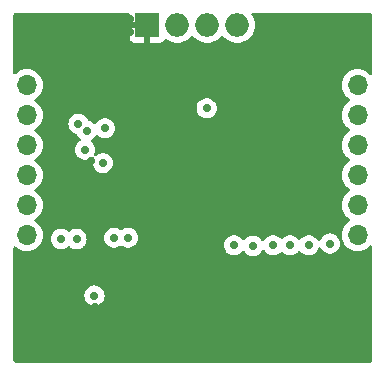
<source format=gbr>
%TF.GenerationSoftware,KiCad,Pcbnew,8.0.7*%
%TF.CreationDate,2024-12-18T22:08:11+01:00*%
%TF.ProjectId,Xplore ERC IMU HAT,58706c6f-7265-4204-9552-4320494d5520,rev?*%
%TF.SameCoordinates,Original*%
%TF.FileFunction,Copper,L2,Inr*%
%TF.FilePolarity,Positive*%
%FSLAX46Y46*%
G04 Gerber Fmt 4.6, Leading zero omitted, Abs format (unit mm)*
G04 Created by KiCad (PCBNEW 8.0.7) date 2024-12-18 22:08:11*
%MOMM*%
%LPD*%
G01*
G04 APERTURE LIST*
%TA.AperFunction,ComponentPad*%
%ADD10R,2.000000X2.000000*%
%TD*%
%TA.AperFunction,ComponentPad*%
%ADD11O,2.000000X2.000000*%
%TD*%
%TA.AperFunction,ComponentPad*%
%ADD12O,1.700000X1.700000*%
%TD*%
%TA.AperFunction,ViaPad*%
%ADD13C,0.700000*%
%TD*%
G04 APERTURE END LIST*
D10*
%TO.N,GND*%
%TO.C,J4*%
X141740000Y-64960000D03*
D11*
%TO.N,+3v3*%
X144280000Y-64960000D03*
D12*
%TO.N,unconnected-(J4-SPI_SCK-Pad3)*%
X131550000Y-70040000D03*
%TO.N,unconnected-(J4-SPI_MOSI-Pad4)*%
X131550000Y-72580000D03*
%TO.N,unconnected-(J4-SPI_MISO-Pad5)*%
X131550000Y-75120000D03*
%TO.N,unconnected-(J4-SPI_CS-Pad6)*%
X131550000Y-77660000D03*
%TO.N,/SCL*%
X131550000Y-80200000D03*
%TO.N,/SDA*%
X131550000Y-82740000D03*
%TO.N,/INT1*%
X159550000Y-82740000D03*
%TO.N,/INT2*%
X159550000Y-80200000D03*
%TO.N,/INT3*%
X159550000Y-77660000D03*
%TO.N,/INT4*%
X159550000Y-75120000D03*
%TO.N,/MAG_INT*%
X159550000Y-72580000D03*
%TO.N,/DRDY*%
X159550000Y-70040000D03*
D11*
%TO.N,+5V*%
X146820000Y-64960000D03*
X149360000Y-64960000D03*
%TD*%
D13*
%TO.N,GND*%
X137450000Y-70161100D03*
X134750000Y-92000000D03*
X159737724Y-66915010D03*
X148955695Y-71700000D03*
X149050000Y-68300000D03*
X143250000Y-85500000D03*
X131613941Y-67822813D03*
X143150000Y-68550000D03*
X151650000Y-81000000D03*
X152800000Y-71650000D03*
X133850000Y-72700000D03*
X137350000Y-88800000D03*
X133650000Y-70350000D03*
X140300000Y-64400000D03*
X155408029Y-92000000D03*
X136000000Y-77000000D03*
X135100000Y-81000000D03*
X151191606Y-89106512D03*
X139550000Y-80450000D03*
X158300000Y-85850000D03*
X138450000Y-65700000D03*
X139708863Y-88517367D03*
X151173206Y-92000000D03*
X138450000Y-89450000D03*
X152650000Y-68400000D03*
X134200000Y-77050000D03*
X156061663Y-64738782D03*
X143500000Y-78500000D03*
X155000000Y-81150000D03*
X137000000Y-76500000D03*
X158737835Y-64827008D03*
X156650000Y-79200000D03*
X157000000Y-81300000D03*
X150000000Y-80950000D03*
X135290002Y-65151542D03*
X140650000Y-77050000D03*
X138751700Y-77500000D03*
X136500000Y-78500000D03*
X140500000Y-92000000D03*
X140300000Y-65550000D03*
X153350000Y-81100000D03*
X131662955Y-65568163D03*
X155226501Y-77192738D03*
X155432124Y-89120695D03*
%TO.N,+5V*%
X138010000Y-76648529D03*
X146770000Y-72000000D03*
X137265422Y-87850000D03*
%TO.N,+3v3*%
X136459612Y-75500000D03*
%TO.N,/CANSCL+*%
X138950000Y-82950000D03*
%TO.N,/CANSCL-*%
X140100000Y-82950000D03*
%TO.N,/CANSDA-*%
X134434620Y-83065380D03*
%TO.N,/CANSDA+*%
X135750000Y-83065380D03*
%TO.N,/INT3*%
X153827001Y-83600000D03*
%TO.N,/INT2*%
X155404001Y-83600000D03*
%TO.N,/MAG_INT*%
X150700000Y-83650000D03*
%TO.N,/DRDY*%
X149100000Y-83600000D03*
%TO.N,/INT1*%
X157200000Y-83450000D03*
%TO.N,/INT4*%
X152403999Y-83600000D03*
%TO.N,/SDA*%
X135911255Y-73318540D03*
%TO.N,/SCL*%
X136606486Y-73890080D03*
%TO.N,/SLD_PIN*%
X138150000Y-73700000D03*
%TD*%
%TA.AperFunction,Conductor*%
%TO.N,GND*%
G36*
X160555438Y-63899314D02*
G01*
X160604802Y-63907131D01*
X160641690Y-63919116D01*
X160677431Y-63937326D01*
X160708813Y-63960127D01*
X160724813Y-63976126D01*
X160737168Y-63988481D01*
X160759972Y-64019867D01*
X160778179Y-64055600D01*
X160790167Y-64092498D01*
X160797972Y-64141779D01*
X160799499Y-64161176D01*
X160799499Y-64205206D01*
X160799500Y-64205227D01*
X160799543Y-69080283D01*
X160779859Y-69147323D01*
X160727055Y-69193078D01*
X160657897Y-69203022D01*
X160594341Y-69173998D01*
X160587862Y-69167965D01*
X160421402Y-69001506D01*
X160421395Y-69001501D01*
X160227834Y-68865967D01*
X160227830Y-68865965D01*
X160227828Y-68865964D01*
X160013663Y-68766097D01*
X160013659Y-68766096D01*
X160013655Y-68766094D01*
X159785413Y-68704938D01*
X159785403Y-68704936D01*
X159550001Y-68684341D01*
X159549999Y-68684341D01*
X159314596Y-68704936D01*
X159314586Y-68704938D01*
X159086344Y-68766094D01*
X159086335Y-68766098D01*
X158872171Y-68865964D01*
X158872169Y-68865965D01*
X158678597Y-69001505D01*
X158511505Y-69168597D01*
X158375965Y-69362169D01*
X158375964Y-69362171D01*
X158276098Y-69576335D01*
X158276094Y-69576344D01*
X158214938Y-69804586D01*
X158214936Y-69804596D01*
X158194341Y-70039999D01*
X158194341Y-70040000D01*
X158214936Y-70275403D01*
X158214938Y-70275413D01*
X158276094Y-70503655D01*
X158276096Y-70503659D01*
X158276097Y-70503663D01*
X158300443Y-70555873D01*
X158375965Y-70717830D01*
X158375967Y-70717834D01*
X158511501Y-70911395D01*
X158511506Y-70911402D01*
X158678597Y-71078493D01*
X158678603Y-71078498D01*
X158864158Y-71208425D01*
X158907783Y-71263002D01*
X158914977Y-71332500D01*
X158883454Y-71394855D01*
X158864158Y-71411575D01*
X158678597Y-71541505D01*
X158511505Y-71708597D01*
X158375965Y-71902169D01*
X158375964Y-71902171D01*
X158276098Y-72116335D01*
X158276094Y-72116344D01*
X158214938Y-72344586D01*
X158214936Y-72344596D01*
X158194341Y-72579999D01*
X158194341Y-72580000D01*
X158214936Y-72815403D01*
X158214938Y-72815413D01*
X158276094Y-73043655D01*
X158276096Y-73043659D01*
X158276097Y-73043663D01*
X158325435Y-73149468D01*
X158375965Y-73257830D01*
X158375967Y-73257834D01*
X158511501Y-73451395D01*
X158511506Y-73451402D01*
X158678597Y-73618493D01*
X158678603Y-73618498D01*
X158864158Y-73748425D01*
X158907783Y-73803002D01*
X158914977Y-73872500D01*
X158883454Y-73934855D01*
X158864158Y-73951575D01*
X158678597Y-74081505D01*
X158511505Y-74248597D01*
X158375965Y-74442169D01*
X158375964Y-74442171D01*
X158276098Y-74656335D01*
X158276094Y-74656344D01*
X158214938Y-74884586D01*
X158214936Y-74884596D01*
X158194341Y-75119999D01*
X158194341Y-75120000D01*
X158214936Y-75355403D01*
X158214938Y-75355413D01*
X158276094Y-75583655D01*
X158276096Y-75583659D01*
X158276097Y-75583663D01*
X158319997Y-75677807D01*
X158375965Y-75797830D01*
X158375967Y-75797834D01*
X158484281Y-75952521D01*
X158491947Y-75963470D01*
X158511501Y-75991395D01*
X158511506Y-75991402D01*
X158678597Y-76158493D01*
X158678603Y-76158498D01*
X158864158Y-76288425D01*
X158907783Y-76343002D01*
X158914977Y-76412500D01*
X158883454Y-76474855D01*
X158864158Y-76491575D01*
X158678597Y-76621505D01*
X158511505Y-76788597D01*
X158375965Y-76982169D01*
X158375964Y-76982171D01*
X158276098Y-77196335D01*
X158276094Y-77196344D01*
X158214938Y-77424586D01*
X158214936Y-77424596D01*
X158194341Y-77659999D01*
X158194341Y-77660000D01*
X158214936Y-77895403D01*
X158214938Y-77895413D01*
X158276094Y-78123655D01*
X158276096Y-78123659D01*
X158276097Y-78123663D01*
X158375965Y-78337830D01*
X158375967Y-78337834D01*
X158511501Y-78531395D01*
X158511506Y-78531402D01*
X158678597Y-78698493D01*
X158678603Y-78698498D01*
X158864158Y-78828425D01*
X158907783Y-78883002D01*
X158914977Y-78952500D01*
X158883454Y-79014855D01*
X158864158Y-79031575D01*
X158678597Y-79161505D01*
X158511505Y-79328597D01*
X158375965Y-79522169D01*
X158375964Y-79522171D01*
X158276098Y-79736335D01*
X158276094Y-79736344D01*
X158214938Y-79964586D01*
X158214936Y-79964596D01*
X158194341Y-80199999D01*
X158194341Y-80200000D01*
X158214936Y-80435403D01*
X158214938Y-80435413D01*
X158276094Y-80663655D01*
X158276096Y-80663659D01*
X158276097Y-80663663D01*
X158300353Y-80715680D01*
X158375965Y-80877830D01*
X158375967Y-80877834D01*
X158511501Y-81071395D01*
X158511506Y-81071402D01*
X158678597Y-81238493D01*
X158678603Y-81238498D01*
X158864158Y-81368425D01*
X158907783Y-81423002D01*
X158914977Y-81492500D01*
X158883454Y-81554855D01*
X158864158Y-81571575D01*
X158678597Y-81701505D01*
X158511505Y-81868597D01*
X158375965Y-82062169D01*
X158375964Y-82062171D01*
X158276098Y-82276335D01*
X158276094Y-82276344D01*
X158214938Y-82504586D01*
X158214936Y-82504596D01*
X158194341Y-82739999D01*
X158194341Y-82740000D01*
X158214936Y-82975403D01*
X158214938Y-82975413D01*
X158276094Y-83203655D01*
X158276096Y-83203659D01*
X158276097Y-83203663D01*
X158373810Y-83413209D01*
X158375965Y-83417830D01*
X158375967Y-83417834D01*
X158400500Y-83452870D01*
X158511505Y-83611401D01*
X158678599Y-83778495D01*
X158717866Y-83805990D01*
X158872165Y-83914032D01*
X158872167Y-83914033D01*
X158872170Y-83914035D01*
X159086337Y-84013903D01*
X159314592Y-84075063D01*
X159502918Y-84091539D01*
X159549999Y-84095659D01*
X159550000Y-84095659D01*
X159550001Y-84095659D01*
X159595822Y-84091650D01*
X159785408Y-84075063D01*
X160013663Y-84013903D01*
X160227830Y-83914035D01*
X160421401Y-83778495D01*
X160587993Y-83611902D01*
X160649314Y-83578419D01*
X160719005Y-83583403D01*
X160774939Y-83625274D01*
X160799356Y-83690739D01*
X160799672Y-83699584D01*
X160799757Y-93284545D01*
X160798230Y-93303944D01*
X160790410Y-93353318D01*
X160778422Y-93390214D01*
X160760213Y-93425952D01*
X160737412Y-93457336D01*
X160709048Y-93485702D01*
X160677664Y-93508506D01*
X160663891Y-93515525D01*
X160641925Y-93526718D01*
X160605030Y-93538707D01*
X160555843Y-93546500D01*
X160536450Y-93548028D01*
X160489568Y-93548031D01*
X160489440Y-93548041D01*
X130666066Y-93555430D01*
X130646644Y-93553904D01*
X130596665Y-93545991D01*
X130559787Y-93534015D01*
X130523477Y-93515525D01*
X130492094Y-93492737D01*
X130485054Y-93485702D01*
X130463276Y-93463938D01*
X130440471Y-93432578D01*
X130421954Y-93396281D01*
X130409950Y-93359408D01*
X130408981Y-93353318D01*
X130402039Y-93309667D01*
X130400500Y-93290190D01*
X130400500Y-87850000D01*
X136410237Y-87850000D01*
X136428925Y-88027805D01*
X136428926Y-88027807D01*
X136484169Y-88197829D01*
X136484172Y-88197835D01*
X136573563Y-88352665D01*
X136615234Y-88398946D01*
X136693186Y-88485521D01*
X136693189Y-88485523D01*
X136693192Y-88485526D01*
X136837829Y-88590612D01*
X137001155Y-88663329D01*
X137176031Y-88700500D01*
X137176032Y-88700500D01*
X137354811Y-88700500D01*
X137354813Y-88700500D01*
X137529689Y-88663329D01*
X137693015Y-88590612D01*
X137837652Y-88485526D01*
X137957281Y-88352665D01*
X138046672Y-88197835D01*
X138101919Y-88027803D01*
X138120607Y-87850000D01*
X138101919Y-87672197D01*
X138046672Y-87502165D01*
X137957281Y-87347335D01*
X137910425Y-87295296D01*
X137837657Y-87214478D01*
X137837654Y-87214476D01*
X137837653Y-87214475D01*
X137837652Y-87214474D01*
X137693015Y-87109388D01*
X137529689Y-87036671D01*
X137529687Y-87036670D01*
X137402016Y-87009533D01*
X137354813Y-86999500D01*
X137176031Y-86999500D01*
X137145376Y-87006015D01*
X137001155Y-87036670D01*
X137001150Y-87036672D01*
X136837830Y-87109387D01*
X136693190Y-87214475D01*
X136573562Y-87347336D01*
X136484172Y-87502164D01*
X136484169Y-87502170D01*
X136428926Y-87672192D01*
X136428925Y-87672194D01*
X136410237Y-87850000D01*
X130400500Y-87850000D01*
X130400500Y-83799758D01*
X130420185Y-83732719D01*
X130472989Y-83686964D01*
X130542147Y-83677020D01*
X130605703Y-83706045D01*
X130612181Y-83712077D01*
X130678599Y-83778495D01*
X130717866Y-83805990D01*
X130872165Y-83914032D01*
X130872167Y-83914033D01*
X130872170Y-83914035D01*
X131086337Y-84013903D01*
X131314592Y-84075063D01*
X131502918Y-84091539D01*
X131549999Y-84095659D01*
X131550000Y-84095659D01*
X131550001Y-84095659D01*
X131595822Y-84091650D01*
X131785408Y-84075063D01*
X132013663Y-84013903D01*
X132227830Y-83914035D01*
X132421401Y-83778495D01*
X132588495Y-83611401D01*
X132724035Y-83417830D01*
X132823903Y-83203663D01*
X132860955Y-83065380D01*
X133579435Y-83065380D01*
X133598123Y-83243185D01*
X133598124Y-83243187D01*
X133653367Y-83413209D01*
X133653370Y-83413215D01*
X133742761Y-83568045D01*
X133766754Y-83594692D01*
X133862384Y-83700901D01*
X133862387Y-83700903D01*
X133862390Y-83700906D01*
X134007027Y-83805992D01*
X134170353Y-83878709D01*
X134345229Y-83915880D01*
X134345230Y-83915880D01*
X134524009Y-83915880D01*
X134524011Y-83915880D01*
X134698887Y-83878709D01*
X134862213Y-83805992D01*
X135006850Y-83700906D01*
X135006855Y-83700899D01*
X135009333Y-83698670D01*
X135011082Y-83697830D01*
X135012107Y-83697086D01*
X135012243Y-83697273D01*
X135072323Y-83668436D01*
X135141658Y-83677058D01*
X135175287Y-83698670D01*
X135177765Y-83700901D01*
X135177770Y-83700906D01*
X135322407Y-83805992D01*
X135485733Y-83878709D01*
X135660609Y-83915880D01*
X135660610Y-83915880D01*
X135839389Y-83915880D01*
X135839391Y-83915880D01*
X136014267Y-83878709D01*
X136177593Y-83805992D01*
X136322230Y-83700906D01*
X136323421Y-83699584D01*
X136351466Y-83668436D01*
X136441859Y-83568045D01*
X136531250Y-83413215D01*
X136586497Y-83243183D01*
X136605185Y-83065380D01*
X136593058Y-82950000D01*
X138094815Y-82950000D01*
X138113503Y-83127805D01*
X138113504Y-83127807D01*
X138168747Y-83297829D01*
X138168750Y-83297835D01*
X138258141Y-83452665D01*
X138258326Y-83452870D01*
X138377764Y-83585521D01*
X138377767Y-83585523D01*
X138377770Y-83585526D01*
X138522407Y-83690612D01*
X138685733Y-83763329D01*
X138860609Y-83800500D01*
X138860610Y-83800500D01*
X139039389Y-83800500D01*
X139039391Y-83800500D01*
X139214267Y-83763329D01*
X139377593Y-83690612D01*
X139452114Y-83636469D01*
X139517920Y-83612988D01*
X139585974Y-83628813D01*
X139597886Y-83636469D01*
X139672401Y-83690608D01*
X139672402Y-83690609D01*
X139672404Y-83690610D01*
X139672407Y-83690612D01*
X139835733Y-83763329D01*
X140010609Y-83800500D01*
X140010610Y-83800500D01*
X140189389Y-83800500D01*
X140189391Y-83800500D01*
X140364267Y-83763329D01*
X140527593Y-83690612D01*
X140652308Y-83600000D01*
X148244815Y-83600000D01*
X148263503Y-83777805D01*
X148263504Y-83777807D01*
X148318747Y-83947829D01*
X148318750Y-83947835D01*
X148408141Y-84102665D01*
X148447651Y-84146545D01*
X148527764Y-84235521D01*
X148527767Y-84235523D01*
X148527770Y-84235526D01*
X148672407Y-84340612D01*
X148835733Y-84413329D01*
X149010609Y-84450500D01*
X149010610Y-84450500D01*
X149189389Y-84450500D01*
X149189391Y-84450500D01*
X149364267Y-84413329D01*
X149527593Y-84340612D01*
X149672230Y-84235526D01*
X149791852Y-84102672D01*
X149851336Y-84066026D01*
X149921193Y-84067355D01*
X149979242Y-84106242D01*
X149991384Y-84123642D01*
X150004608Y-84146545D01*
X150008141Y-84152665D01*
X150127764Y-84285521D01*
X150127767Y-84285523D01*
X150127770Y-84285526D01*
X150272407Y-84390612D01*
X150435733Y-84463329D01*
X150610609Y-84500500D01*
X150610610Y-84500500D01*
X150789389Y-84500500D01*
X150789391Y-84500500D01*
X150964267Y-84463329D01*
X151127593Y-84390612D01*
X151272230Y-84285526D01*
X151391859Y-84152665D01*
X151459046Y-84036292D01*
X151509612Y-83988078D01*
X151578219Y-83974854D01*
X151643084Y-84000822D01*
X151673820Y-84036293D01*
X151712140Y-84102665D01*
X151751650Y-84146545D01*
X151831763Y-84235521D01*
X151831766Y-84235523D01*
X151831769Y-84235526D01*
X151976406Y-84340612D01*
X152139732Y-84413329D01*
X152314608Y-84450500D01*
X152314609Y-84450500D01*
X152493388Y-84450500D01*
X152493390Y-84450500D01*
X152668266Y-84413329D01*
X152831592Y-84340612D01*
X152976229Y-84235526D01*
X153023349Y-84183193D01*
X153082836Y-84146545D01*
X153152693Y-84147874D01*
X153207651Y-84183194D01*
X153254766Y-84235522D01*
X153254768Y-84235523D01*
X153254771Y-84235526D01*
X153399408Y-84340612D01*
X153562734Y-84413329D01*
X153737610Y-84450500D01*
X153737611Y-84450500D01*
X153916390Y-84450500D01*
X153916392Y-84450500D01*
X154091268Y-84413329D01*
X154254594Y-84340612D01*
X154399231Y-84235526D01*
X154473842Y-84152663D01*
X154523208Y-84097836D01*
X154525429Y-84099836D01*
X154570463Y-84065079D01*
X154640074Y-84059070D01*
X154701883Y-84091650D01*
X154707484Y-84098114D01*
X154707794Y-84097836D01*
X154831765Y-84235521D01*
X154831768Y-84235523D01*
X154831771Y-84235526D01*
X154976408Y-84340612D01*
X155139734Y-84413329D01*
X155314610Y-84450500D01*
X155314611Y-84450500D01*
X155493390Y-84450500D01*
X155493392Y-84450500D01*
X155668268Y-84413329D01*
X155831594Y-84340612D01*
X155976231Y-84235526D01*
X156095860Y-84102665D01*
X156185251Y-83947835D01*
X156214460Y-83857938D01*
X156253897Y-83800263D01*
X156318255Y-83773064D01*
X156387102Y-83784978D01*
X156438578Y-83832222D01*
X156439778Y-83834257D01*
X156508137Y-83952660D01*
X156508139Y-83952663D01*
X156627764Y-84085521D01*
X156627767Y-84085523D01*
X156627770Y-84085526D01*
X156772407Y-84190612D01*
X156935733Y-84263329D01*
X157110609Y-84300500D01*
X157110610Y-84300500D01*
X157289389Y-84300500D01*
X157289391Y-84300500D01*
X157464267Y-84263329D01*
X157627593Y-84190612D01*
X157772230Y-84085526D01*
X157891859Y-83952665D01*
X157981250Y-83797835D01*
X158036497Y-83627803D01*
X158055185Y-83450000D01*
X158036497Y-83272197D01*
X157995927Y-83147335D01*
X157981252Y-83102170D01*
X157981249Y-83102164D01*
X157978461Y-83097335D01*
X157891859Y-82947335D01*
X157845003Y-82895296D01*
X157772235Y-82814478D01*
X157772232Y-82814476D01*
X157772231Y-82814475D01*
X157772230Y-82814474D01*
X157627593Y-82709388D01*
X157464267Y-82636671D01*
X157464265Y-82636670D01*
X157301952Y-82602170D01*
X157289391Y-82599500D01*
X157110609Y-82599500D01*
X157098048Y-82602170D01*
X156935733Y-82636670D01*
X156935728Y-82636672D01*
X156772408Y-82709387D01*
X156627768Y-82814475D01*
X156508140Y-82947336D01*
X156418750Y-83102164D01*
X156418748Y-83102168D01*
X156389540Y-83192062D01*
X156350102Y-83249737D01*
X156285743Y-83276935D01*
X156216897Y-83265020D01*
X156165421Y-83217776D01*
X156164277Y-83215837D01*
X156095860Y-83097335D01*
X156087905Y-83088501D01*
X155976236Y-82964478D01*
X155976233Y-82964476D01*
X155976232Y-82964475D01*
X155976231Y-82964474D01*
X155831594Y-82859388D01*
X155668268Y-82786671D01*
X155668266Y-82786670D01*
X155540595Y-82759533D01*
X155493392Y-82749500D01*
X155314610Y-82749500D01*
X155283955Y-82756015D01*
X155139734Y-82786670D01*
X155139729Y-82786672D01*
X154976409Y-82859387D01*
X154831769Y-82964475D01*
X154707794Y-83102164D01*
X154705612Y-83100199D01*
X154660259Y-83135029D01*
X154590634Y-83140869D01*
X154528904Y-83108140D01*
X154523498Y-83101902D01*
X154523208Y-83102164D01*
X154399236Y-82964478D01*
X154399233Y-82964476D01*
X154399232Y-82964475D01*
X154399231Y-82964474D01*
X154254594Y-82859388D01*
X154091268Y-82786671D01*
X154091266Y-82786670D01*
X153963595Y-82759533D01*
X153916392Y-82749500D01*
X153737610Y-82749500D01*
X153706955Y-82756015D01*
X153562734Y-82786670D01*
X153562729Y-82786672D01*
X153399409Y-82859387D01*
X153254769Y-82964475D01*
X153207649Y-83016807D01*
X153148162Y-83053455D01*
X153078305Y-83052124D01*
X153023350Y-83016806D01*
X152976234Y-82964478D01*
X152976231Y-82964476D01*
X152976230Y-82964475D01*
X152976229Y-82964474D01*
X152831592Y-82859388D01*
X152668266Y-82786671D01*
X152668264Y-82786670D01*
X152540593Y-82759533D01*
X152493390Y-82749500D01*
X152314608Y-82749500D01*
X152283953Y-82756015D01*
X152139732Y-82786670D01*
X152139727Y-82786672D01*
X151976407Y-82859387D01*
X151831767Y-82964475D01*
X151712140Y-83097334D01*
X151644952Y-83213707D01*
X151594385Y-83261922D01*
X151525777Y-83275144D01*
X151460913Y-83249176D01*
X151430179Y-83213707D01*
X151391859Y-83147335D01*
X151380779Y-83135029D01*
X151272235Y-83014478D01*
X151272232Y-83014476D01*
X151272231Y-83014475D01*
X151272230Y-83014474D01*
X151127593Y-82909388D01*
X150964267Y-82836671D01*
X150964265Y-82836670D01*
X150836594Y-82809533D01*
X150789391Y-82799500D01*
X150610609Y-82799500D01*
X150579954Y-82806015D01*
X150435733Y-82836670D01*
X150435728Y-82836672D01*
X150272408Y-82909387D01*
X150127768Y-83014475D01*
X150008148Y-83147326D01*
X149948662Y-83183974D01*
X149878805Y-83182643D01*
X149820757Y-83143756D01*
X149808611Y-83126351D01*
X149794649Y-83102168D01*
X149791859Y-83097335D01*
X149791858Y-83097334D01*
X149672235Y-82964478D01*
X149672232Y-82964476D01*
X149672231Y-82964475D01*
X149672230Y-82964474D01*
X149527593Y-82859388D01*
X149364267Y-82786671D01*
X149364265Y-82786670D01*
X149236594Y-82759533D01*
X149189391Y-82749500D01*
X149010609Y-82749500D01*
X148979954Y-82756015D01*
X148835733Y-82786670D01*
X148835728Y-82786672D01*
X148672408Y-82859387D01*
X148527768Y-82964475D01*
X148408140Y-83097336D01*
X148318750Y-83252164D01*
X148318747Y-83252170D01*
X148263504Y-83422192D01*
X148263503Y-83422194D01*
X148244815Y-83600000D01*
X140652308Y-83600000D01*
X140672230Y-83585526D01*
X140678630Y-83578419D01*
X140698148Y-83556741D01*
X140791859Y-83452665D01*
X140881250Y-83297835D01*
X140936497Y-83127803D01*
X140955185Y-82950000D01*
X140936497Y-82772197D01*
X140892462Y-82636671D01*
X140881252Y-82602170D01*
X140881249Y-82602164D01*
X140858474Y-82562716D01*
X140791859Y-82447335D01*
X140745003Y-82395296D01*
X140672235Y-82314478D01*
X140672232Y-82314476D01*
X140672231Y-82314475D01*
X140672230Y-82314474D01*
X140527593Y-82209388D01*
X140364267Y-82136671D01*
X140364265Y-82136670D01*
X140236594Y-82109533D01*
X140189391Y-82099500D01*
X140010609Y-82099500D01*
X139979954Y-82106015D01*
X139835733Y-82136670D01*
X139835728Y-82136672D01*
X139672408Y-82209388D01*
X139672403Y-82209390D01*
X139597885Y-82263531D01*
X139532078Y-82287011D01*
X139464025Y-82271185D01*
X139452114Y-82263531D01*
X139385152Y-82214880D01*
X139377593Y-82209388D01*
X139214267Y-82136671D01*
X139214265Y-82136670D01*
X139086594Y-82109533D01*
X139039391Y-82099500D01*
X138860609Y-82099500D01*
X138829954Y-82106015D01*
X138685733Y-82136670D01*
X138685728Y-82136672D01*
X138522408Y-82209387D01*
X138377768Y-82314475D01*
X138258140Y-82447336D01*
X138168750Y-82602164D01*
X138168747Y-82602170D01*
X138113504Y-82772192D01*
X138113503Y-82772194D01*
X138094815Y-82950000D01*
X136593058Y-82950000D01*
X136586497Y-82887577D01*
X136531250Y-82717545D01*
X136441859Y-82562715D01*
X136389519Y-82504586D01*
X136322235Y-82429858D01*
X136322232Y-82429856D01*
X136322231Y-82429855D01*
X136322230Y-82429854D01*
X136177593Y-82324768D01*
X136014267Y-82252051D01*
X136014265Y-82252050D01*
X135883930Y-82224347D01*
X135839391Y-82214880D01*
X135660609Y-82214880D01*
X135629954Y-82221395D01*
X135485733Y-82252050D01*
X135485728Y-82252052D01*
X135322408Y-82324767D01*
X135177767Y-82429856D01*
X135175280Y-82432096D01*
X135173527Y-82432937D01*
X135172513Y-82433674D01*
X135172378Y-82433488D01*
X135112288Y-82462324D01*
X135042953Y-82453698D01*
X135009340Y-82432096D01*
X135006852Y-82429856D01*
X135006851Y-82429855D01*
X135006850Y-82429854D01*
X134862213Y-82324768D01*
X134698887Y-82252051D01*
X134698885Y-82252050D01*
X134568550Y-82224347D01*
X134524011Y-82214880D01*
X134345229Y-82214880D01*
X134314574Y-82221395D01*
X134170353Y-82252050D01*
X134170348Y-82252052D01*
X134007028Y-82324767D01*
X133862388Y-82429855D01*
X133742760Y-82562716D01*
X133653370Y-82717544D01*
X133653367Y-82717550D01*
X133598124Y-82887572D01*
X133598123Y-82887574D01*
X133579435Y-83065380D01*
X132860955Y-83065380D01*
X132885063Y-82975408D01*
X132905659Y-82740000D01*
X132885063Y-82504592D01*
X132823903Y-82276337D01*
X132724035Y-82062171D01*
X132699500Y-82027130D01*
X132588494Y-81868597D01*
X132421402Y-81701506D01*
X132421396Y-81701501D01*
X132235842Y-81571575D01*
X132192217Y-81516998D01*
X132185023Y-81447500D01*
X132216546Y-81385145D01*
X132235842Y-81368425D01*
X132391034Y-81259758D01*
X132421401Y-81238495D01*
X132588495Y-81071401D01*
X132724035Y-80877830D01*
X132823903Y-80663663D01*
X132885063Y-80435408D01*
X132905659Y-80200000D01*
X132885063Y-79964592D01*
X132823903Y-79736337D01*
X132724035Y-79522171D01*
X132699500Y-79487130D01*
X132588494Y-79328597D01*
X132421402Y-79161506D01*
X132421396Y-79161501D01*
X132235842Y-79031575D01*
X132192217Y-78976998D01*
X132185023Y-78907500D01*
X132216546Y-78845145D01*
X132235842Y-78828425D01*
X132391034Y-78719758D01*
X132421401Y-78698495D01*
X132588495Y-78531401D01*
X132724035Y-78337830D01*
X132823903Y-78123663D01*
X132885063Y-77895408D01*
X132905659Y-77660000D01*
X132885063Y-77424592D01*
X132823903Y-77196337D01*
X132724035Y-76982171D01*
X132699500Y-76947130D01*
X132588494Y-76788597D01*
X132421402Y-76621506D01*
X132421396Y-76621501D01*
X132235842Y-76491575D01*
X132192217Y-76436998D01*
X132185023Y-76367500D01*
X132216546Y-76305145D01*
X132235842Y-76288425D01*
X132391034Y-76179758D01*
X132421401Y-76158495D01*
X132588495Y-75991401D01*
X132724035Y-75797830D01*
X132823903Y-75583663D01*
X132885063Y-75355408D01*
X132905659Y-75120000D01*
X132885063Y-74884592D01*
X132823903Y-74656337D01*
X132724035Y-74442171D01*
X132722944Y-74440612D01*
X132588494Y-74248597D01*
X132421402Y-74081506D01*
X132421396Y-74081501D01*
X132235842Y-73951575D01*
X132192217Y-73896998D01*
X132185023Y-73827500D01*
X132216546Y-73765145D01*
X132235842Y-73748425D01*
X132353021Y-73666375D01*
X132421401Y-73618495D01*
X132588495Y-73451401D01*
X132681525Y-73318540D01*
X135056070Y-73318540D01*
X135074758Y-73496345D01*
X135074759Y-73496347D01*
X135130002Y-73666369D01*
X135130005Y-73666375D01*
X135219396Y-73821205D01*
X135261067Y-73867486D01*
X135339019Y-73954061D01*
X135339022Y-73954063D01*
X135339025Y-73954066D01*
X135483662Y-74059152D01*
X135646988Y-74131869D01*
X135731423Y-74149816D01*
X135792901Y-74183007D01*
X135823568Y-74232781D01*
X135825236Y-74237915D01*
X135914627Y-74392745D01*
X135956298Y-74439026D01*
X136034250Y-74525601D01*
X136034253Y-74525603D01*
X136034256Y-74525606D01*
X136059162Y-74543702D01*
X136101827Y-74599032D01*
X136107806Y-74668645D01*
X136075200Y-74730440D01*
X136036721Y-74757294D01*
X136032024Y-74759385D01*
X136032020Y-74759387D01*
X135887380Y-74864475D01*
X135767752Y-74997336D01*
X135678362Y-75152164D01*
X135678359Y-75152170D01*
X135623116Y-75322192D01*
X135623115Y-75322194D01*
X135604427Y-75500000D01*
X135623115Y-75677805D01*
X135623116Y-75677807D01*
X135678359Y-75847829D01*
X135678360Y-75847830D01*
X135678362Y-75847835D01*
X135767753Y-76002665D01*
X135799018Y-76037388D01*
X135887376Y-76135521D01*
X135887379Y-76135523D01*
X135887382Y-76135526D01*
X136032019Y-76240612D01*
X136195345Y-76313329D01*
X136370221Y-76350500D01*
X136370222Y-76350500D01*
X136549001Y-76350500D01*
X136549003Y-76350500D01*
X136723879Y-76313329D01*
X136887205Y-76240612D01*
X137031842Y-76135526D01*
X137057011Y-76107572D01*
X137116497Y-76070924D01*
X137186354Y-76072253D01*
X137244403Y-76111139D01*
X137272213Y-76175235D01*
X137260956Y-76244192D01*
X137256550Y-76252541D01*
X137235834Y-76288425D01*
X137228749Y-76300696D01*
X137228747Y-76300699D01*
X137173504Y-76470721D01*
X137173503Y-76470723D01*
X137154815Y-76648529D01*
X137173503Y-76826334D01*
X137173504Y-76826336D01*
X137228747Y-76996358D01*
X137228750Y-76996364D01*
X137318141Y-77151194D01*
X137358786Y-77196335D01*
X137437764Y-77284050D01*
X137437767Y-77284052D01*
X137437770Y-77284055D01*
X137582407Y-77389141D01*
X137745733Y-77461858D01*
X137920609Y-77499029D01*
X137920610Y-77499029D01*
X138099389Y-77499029D01*
X138099391Y-77499029D01*
X138274267Y-77461858D01*
X138437593Y-77389141D01*
X138582230Y-77284055D01*
X138701859Y-77151194D01*
X138791250Y-76996364D01*
X138846497Y-76826332D01*
X138865185Y-76648529D01*
X138846497Y-76470726D01*
X138804997Y-76343002D01*
X138791252Y-76300699D01*
X138791250Y-76300696D01*
X138791250Y-76300694D01*
X138701859Y-76145864D01*
X138647998Y-76086045D01*
X138582235Y-76013007D01*
X138582232Y-76013005D01*
X138582231Y-76013004D01*
X138582230Y-76013003D01*
X138437593Y-75907917D01*
X138274267Y-75835200D01*
X138274265Y-75835199D01*
X138146594Y-75808062D01*
X138099391Y-75798029D01*
X137920609Y-75798029D01*
X137889954Y-75804544D01*
X137745733Y-75835199D01*
X137745728Y-75835201D01*
X137582408Y-75907916D01*
X137437767Y-76013005D01*
X137412596Y-76040960D01*
X137353109Y-76077607D01*
X137283252Y-76076276D01*
X137225204Y-76037388D01*
X137197396Y-75973290D01*
X137208656Y-75904334D01*
X137213043Y-75896017D01*
X137240862Y-75847835D01*
X137296109Y-75677803D01*
X137314797Y-75500000D01*
X137296109Y-75322197D01*
X137240862Y-75152165D01*
X137151471Y-74997335D01*
X137104615Y-74945296D01*
X137031847Y-74864478D01*
X137031842Y-74864474D01*
X137006934Y-74846377D01*
X136964269Y-74791047D01*
X136958291Y-74721433D01*
X136990898Y-74659639D01*
X137029387Y-74632780D01*
X137034079Y-74630692D01*
X137178716Y-74525606D01*
X137189771Y-74513329D01*
X137255247Y-74440610D01*
X137298345Y-74392745D01*
X137342308Y-74316597D01*
X137392873Y-74268384D01*
X137461480Y-74255160D01*
X137526345Y-74281128D01*
X137541844Y-74295627D01*
X137577764Y-74335521D01*
X137577767Y-74335523D01*
X137577770Y-74335526D01*
X137722407Y-74440612D01*
X137885733Y-74513329D01*
X138060609Y-74550500D01*
X138060610Y-74550500D01*
X138239389Y-74550500D01*
X138239391Y-74550500D01*
X138414267Y-74513329D01*
X138577593Y-74440612D01*
X138722230Y-74335526D01*
X138841859Y-74202665D01*
X138931250Y-74047835D01*
X138986497Y-73877803D01*
X139005185Y-73700000D01*
X138986497Y-73522197D01*
X138952807Y-73418509D01*
X138931252Y-73352170D01*
X138931249Y-73352164D01*
X138921292Y-73334918D01*
X138841859Y-73197335D01*
X138790893Y-73140732D01*
X138722235Y-73064478D01*
X138722232Y-73064476D01*
X138722231Y-73064475D01*
X138722230Y-73064474D01*
X138577593Y-72959388D01*
X138414267Y-72886671D01*
X138414265Y-72886670D01*
X138286594Y-72859533D01*
X138239391Y-72849500D01*
X138060609Y-72849500D01*
X138029954Y-72856015D01*
X137885733Y-72886670D01*
X137885728Y-72886672D01*
X137722408Y-72959387D01*
X137577768Y-73064475D01*
X137458139Y-73197336D01*
X137414178Y-73273480D01*
X137363611Y-73321696D01*
X137295004Y-73334918D01*
X137230139Y-73308950D01*
X137214641Y-73294452D01*
X137178721Y-73254558D01*
X137178718Y-73254556D01*
X137178717Y-73254555D01*
X137178716Y-73254554D01*
X137034079Y-73149468D01*
X136945078Y-73109842D01*
X136870752Y-73076750D01*
X136786319Y-73058803D01*
X136724838Y-73025610D01*
X136694171Y-72975832D01*
X136692506Y-72970708D01*
X136692505Y-72970707D01*
X136692505Y-72970705D01*
X136603114Y-72815875D01*
X136535345Y-72740610D01*
X136483490Y-72683018D01*
X136483487Y-72683016D01*
X136483486Y-72683015D01*
X136483485Y-72683014D01*
X136338848Y-72577928D01*
X136175522Y-72505211D01*
X136175520Y-72505210D01*
X136047849Y-72478073D01*
X136000646Y-72468040D01*
X135821864Y-72468040D01*
X135791209Y-72474555D01*
X135646988Y-72505210D01*
X135646983Y-72505212D01*
X135483663Y-72577927D01*
X135339023Y-72683015D01*
X135219395Y-72815876D01*
X135130005Y-72970704D01*
X135130002Y-72970710D01*
X135074759Y-73140732D01*
X135074758Y-73140734D01*
X135056070Y-73318540D01*
X132681525Y-73318540D01*
X132724035Y-73257830D01*
X132823903Y-73043663D01*
X132885063Y-72815408D01*
X132905659Y-72580000D01*
X132885063Y-72344592D01*
X132823903Y-72116337D01*
X132769654Y-72000000D01*
X145914815Y-72000000D01*
X145933503Y-72177805D01*
X145933504Y-72177807D01*
X145988747Y-72347829D01*
X145988750Y-72347835D01*
X146078141Y-72502665D01*
X146119812Y-72548946D01*
X146197764Y-72635521D01*
X146197767Y-72635523D01*
X146197770Y-72635526D01*
X146342407Y-72740612D01*
X146505733Y-72813329D01*
X146680609Y-72850500D01*
X146680610Y-72850500D01*
X146859389Y-72850500D01*
X146859391Y-72850500D01*
X147034267Y-72813329D01*
X147197593Y-72740612D01*
X147342230Y-72635526D01*
X147461859Y-72502665D01*
X147551250Y-72347835D01*
X147606497Y-72177803D01*
X147625185Y-72000000D01*
X147606497Y-71822197D01*
X147578873Y-71737181D01*
X147551252Y-71652170D01*
X147551249Y-71652164D01*
X147461859Y-71497335D01*
X147415003Y-71445296D01*
X147342235Y-71364478D01*
X147342232Y-71364476D01*
X147342231Y-71364475D01*
X147342230Y-71364474D01*
X147197593Y-71259388D01*
X147034267Y-71186671D01*
X147034265Y-71186670D01*
X146906594Y-71159533D01*
X146859391Y-71149500D01*
X146680609Y-71149500D01*
X146649954Y-71156015D01*
X146505733Y-71186670D01*
X146505728Y-71186672D01*
X146342408Y-71259387D01*
X146197768Y-71364475D01*
X146078140Y-71497336D01*
X145988750Y-71652164D01*
X145988747Y-71652170D01*
X145933504Y-71822192D01*
X145933503Y-71822194D01*
X145914815Y-72000000D01*
X132769654Y-72000000D01*
X132724035Y-71902171D01*
X132699500Y-71867130D01*
X132588494Y-71708597D01*
X132421402Y-71541506D01*
X132421396Y-71541501D01*
X132235842Y-71411575D01*
X132192217Y-71356998D01*
X132185023Y-71287500D01*
X132216546Y-71225145D01*
X132235842Y-71208425D01*
X132391034Y-71099758D01*
X132421401Y-71078495D01*
X132588495Y-70911401D01*
X132724035Y-70717830D01*
X132823903Y-70503663D01*
X132885063Y-70275408D01*
X132905659Y-70040000D01*
X132885063Y-69804592D01*
X132823903Y-69576337D01*
X132724035Y-69362171D01*
X132699500Y-69327130D01*
X132588494Y-69168597D01*
X132421402Y-69001506D01*
X132421395Y-69001501D01*
X132227834Y-68865967D01*
X132227830Y-68865965D01*
X132227828Y-68865964D01*
X132013663Y-68766097D01*
X132013659Y-68766096D01*
X132013655Y-68766094D01*
X131785413Y-68704938D01*
X131785403Y-68704936D01*
X131550001Y-68684341D01*
X131549999Y-68684341D01*
X131314596Y-68704936D01*
X131314586Y-68704938D01*
X131086344Y-68766094D01*
X131086335Y-68766098D01*
X130872171Y-68865964D01*
X130872169Y-68865965D01*
X130678597Y-69001505D01*
X130612181Y-69067922D01*
X130550858Y-69101407D01*
X130481166Y-69096423D01*
X130425233Y-69054551D01*
X130400816Y-68989087D01*
X130400500Y-68980241D01*
X130400500Y-64163716D01*
X130402230Y-64143075D01*
X130410159Y-64096130D01*
X130422379Y-64059643D01*
X130440191Y-64025350D01*
X130463016Y-63994365D01*
X130490484Y-63967191D01*
X130521714Y-63944698D01*
X130556189Y-63927259D01*
X130592813Y-63915428D01*
X130640426Y-63907910D01*
X130659715Y-63906394D01*
X140115967Y-63903671D01*
X140183009Y-63923335D01*
X140228780Y-63976126D01*
X140240000Y-64027670D01*
X140240000Y-64710000D01*
X141306988Y-64710000D01*
X141274075Y-64767007D01*
X141240000Y-64894174D01*
X141240000Y-65025826D01*
X141274075Y-65152993D01*
X141306988Y-65210000D01*
X140240000Y-65210000D01*
X140240000Y-66007844D01*
X140246401Y-66067372D01*
X140246403Y-66067379D01*
X140296645Y-66202086D01*
X140296649Y-66202093D01*
X140382809Y-66317187D01*
X140382812Y-66317190D01*
X140497906Y-66403350D01*
X140497913Y-66403354D01*
X140632620Y-66453596D01*
X140632627Y-66453598D01*
X140692155Y-66459999D01*
X140692172Y-66460000D01*
X141490000Y-66460000D01*
X141490000Y-65393012D01*
X141547007Y-65425925D01*
X141674174Y-65460000D01*
X141805826Y-65460000D01*
X141932993Y-65425925D01*
X141990000Y-65393012D01*
X141990000Y-66460000D01*
X142787828Y-66460000D01*
X142787844Y-66459999D01*
X142847372Y-66453598D01*
X142847379Y-66453596D01*
X142982086Y-66403354D01*
X142982093Y-66403350D01*
X143097187Y-66317190D01*
X143097190Y-66317187D01*
X143183350Y-66202093D01*
X143187604Y-66194304D01*
X143190816Y-66196057D01*
X143222183Y-66154029D01*
X143287612Y-66129517D01*
X143355906Y-66144269D01*
X143372795Y-66155330D01*
X143456491Y-66220474D01*
X143675190Y-66338828D01*
X143910386Y-66419571D01*
X144155665Y-66460500D01*
X144404335Y-66460500D01*
X144649614Y-66419571D01*
X144884810Y-66338828D01*
X145103509Y-66220474D01*
X145299744Y-66067738D01*
X145458771Y-65894988D01*
X145518657Y-65858999D01*
X145588495Y-65861099D01*
X145641228Y-65894988D01*
X145800256Y-66067738D01*
X145996491Y-66220474D01*
X146215190Y-66338828D01*
X146450386Y-66419571D01*
X146695665Y-66460500D01*
X146944335Y-66460500D01*
X147189614Y-66419571D01*
X147424810Y-66338828D01*
X147643509Y-66220474D01*
X147839744Y-66067738D01*
X147998771Y-65894988D01*
X148058657Y-65858999D01*
X148128495Y-65861099D01*
X148181228Y-65894988D01*
X148340256Y-66067738D01*
X148536491Y-66220474D01*
X148755190Y-66338828D01*
X148990386Y-66419571D01*
X149235665Y-66460500D01*
X149484335Y-66460500D01*
X149729614Y-66419571D01*
X149964810Y-66338828D01*
X150183509Y-66220474D01*
X150379744Y-66067738D01*
X150548164Y-65884785D01*
X150684173Y-65676607D01*
X150784063Y-65448881D01*
X150845108Y-65207821D01*
X150865643Y-64960000D01*
X150855202Y-64834000D01*
X150845109Y-64712187D01*
X150845107Y-64712175D01*
X150784063Y-64471118D01*
X150684173Y-64243393D01*
X150585555Y-64092446D01*
X150565368Y-64025557D01*
X150584548Y-63958371D01*
X150637006Y-63912221D01*
X150689324Y-63900625D01*
X160536026Y-63897789D01*
X160555438Y-63899314D01*
G37*
%TD.AperFunction*%
%TD*%
M02*

</source>
